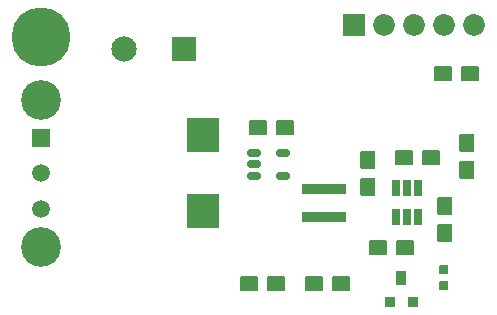
<source format=gbr>
%TF.GenerationSoftware,Altium Limited,Altium Designer,24.0.1 (36)*%
G04 Layer_Color=255*
%FSLAX45Y45*%
%MOMM*%
%TF.SameCoordinates,EA0AF7FB-948C-45CD-8237-9CE77542C851*%
%TF.FilePolarity,Positive*%
%TF.FileFunction,Pads,Top*%
%TF.Part,Single*%
G01*
G75*
%TA.AperFunction,SMDPad,CuDef*%
G04:AMPARAMS|DCode=10|XSize=1.524mm|YSize=1.27mm|CornerRadius=0.09525mm|HoleSize=0mm|Usage=FLASHONLY|Rotation=0.000|XOffset=0mm|YOffset=0mm|HoleType=Round|Shape=RoundedRectangle|*
%AMROUNDEDRECTD10*
21,1,1.52400,1.07950,0,0,0.0*
21,1,1.33350,1.27000,0,0,0.0*
1,1,0.19050,0.66675,-0.53975*
1,1,0.19050,-0.66675,-0.53975*
1,1,0.19050,-0.66675,0.53975*
1,1,0.19050,0.66675,0.53975*
%
%ADD10ROUNDEDRECTD10*%
G04:AMPARAMS|DCode=11|XSize=0.762mm|YSize=0.762mm|CornerRadius=0.0381mm|HoleSize=0mm|Usage=FLASHONLY|Rotation=90.000|XOffset=0mm|YOffset=0mm|HoleType=Round|Shape=RoundedRectangle|*
%AMROUNDEDRECTD11*
21,1,0.76200,0.68580,0,0,90.0*
21,1,0.68580,0.76200,0,0,90.0*
1,1,0.07620,0.34290,0.34290*
1,1,0.07620,0.34290,-0.34290*
1,1,0.07620,-0.34290,-0.34290*
1,1,0.07620,-0.34290,0.34290*
%
%ADD11ROUNDEDRECTD11*%
%ADD12R,0.91440X0.91440*%
%ADD13R,0.91440X1.27000*%
%ADD14R,3.70000X0.97000*%
G04:AMPARAMS|DCode=15|XSize=0.7mm|YSize=1.3mm|CornerRadius=0.0525mm|HoleSize=0mm|Usage=FLASHONLY|Rotation=180.000|XOffset=0mm|YOffset=0mm|HoleType=Round|Shape=RoundedRectangle|*
%AMROUNDEDRECTD15*
21,1,0.70000,1.19500,0,0,180.0*
21,1,0.59500,1.30000,0,0,180.0*
1,1,0.10500,-0.29750,0.59750*
1,1,0.10500,0.29750,0.59750*
1,1,0.10500,0.29750,-0.59750*
1,1,0.10500,-0.29750,-0.59750*
%
%ADD15ROUNDEDRECTD15*%
G04:AMPARAMS|DCode=16|XSize=1.524mm|YSize=1.27mm|CornerRadius=0.09525mm|HoleSize=0mm|Usage=FLASHONLY|Rotation=90.000|XOffset=0mm|YOffset=0mm|HoleType=Round|Shape=RoundedRectangle|*
%AMROUNDEDRECTD16*
21,1,1.52400,1.07950,0,0,90.0*
21,1,1.33350,1.27000,0,0,90.0*
1,1,0.19050,0.53975,0.66675*
1,1,0.19050,0.53975,-0.66675*
1,1,0.19050,-0.53975,-0.66675*
1,1,0.19050,-0.53975,0.66675*
%
%ADD16ROUNDEDRECTD16*%
G04:AMPARAMS|DCode=17|XSize=1.22mm|YSize=0.6mm|CornerRadius=0.15mm|HoleSize=0mm|Usage=FLASHONLY|Rotation=0.000|XOffset=0mm|YOffset=0mm|HoleType=Round|Shape=RoundedRectangle|*
%AMROUNDEDRECTD17*
21,1,1.22000,0.30000,0,0,0.0*
21,1,0.92000,0.60000,0,0,0.0*
1,1,0.30000,0.46000,-0.15000*
1,1,0.30000,-0.46000,-0.15000*
1,1,0.30000,-0.46000,0.15000*
1,1,0.30000,0.46000,0.15000*
%
%ADD17ROUNDEDRECTD17*%
%ADD18R,2.80000X3.00000*%
%TA.AperFunction,ComponentPad*%
%ADD24R,1.51500X1.51500*%
%ADD25C,1.51500*%
%ADD26C,3.36000*%
%ADD27C,1.85000*%
%ADD28R,1.85000X1.85000*%
%ADD29R,2.15000X2.15000*%
%ADD30C,2.15000*%
%ADD31C,5.00000*%
D10*
X2336800Y558800D02*
D03*
X2108200D02*
D03*
X3429000Y863600D02*
D03*
X3200400D02*
D03*
X2882900Y558800D02*
D03*
X2654300D02*
D03*
X2184400Y1879600D02*
D03*
X2413000D02*
D03*
X3748625Y2335201D02*
D03*
X3977225D02*
D03*
X3418425Y1624001D02*
D03*
X3647025D02*
D03*
D11*
X3759200Y679450D02*
D03*
Y539750D02*
D03*
D12*
X3302000Y406400D02*
D03*
X3492500D02*
D03*
D13*
X3398520Y609600D02*
D03*
D14*
X2743660Y1361001D02*
D03*
Y1125001D02*
D03*
D15*
X3348825Y1370001D02*
D03*
X3538825D02*
D03*
Y1130001D02*
D03*
X3443825D02*
D03*
X3348825D02*
D03*
X3443825Y1370001D02*
D03*
D16*
X3113625Y1611301D02*
D03*
Y1382701D02*
D03*
X3763791Y989001D02*
D03*
Y1217601D02*
D03*
X3956931Y1527506D02*
D03*
Y1756106D02*
D03*
D17*
X2399925Y1668201D02*
D03*
Y1478200D02*
D03*
X2150926D02*
D03*
Y1573201D02*
D03*
Y1668201D02*
D03*
D18*
X1720000Y1175000D02*
D03*
Y1825000D02*
D03*
D24*
X350000Y1796415D02*
D03*
D25*
Y1496415D02*
D03*
Y1196415D02*
D03*
D26*
Y2121415D02*
D03*
Y871415D02*
D03*
D27*
X4016000Y2750000D02*
D03*
X3254000D02*
D03*
X3508000D02*
D03*
X3762000D02*
D03*
D28*
X3000000D02*
D03*
D29*
X1554000Y2550000D02*
D03*
D30*
X1046000D02*
D03*
D31*
X350000Y2650000D02*
D03*
%TF.MD5,4fca9a00370cb3762109a9080ae15725*%
M02*

</source>
